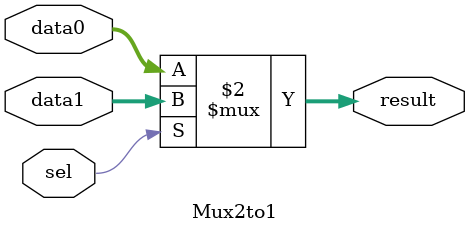
<source format=sv>
module Mux2to1 #(parameter WIDTH = 32)(
  input logic [WIDTH-1:0] data0,
  input logic [WIDTH-1:0] data1,
  input logic sel,
  output logic [WIDTH-1:0] result
);
  assign result = (sel == 1'b0) ? data0 : data1;
endmodule
</source>
